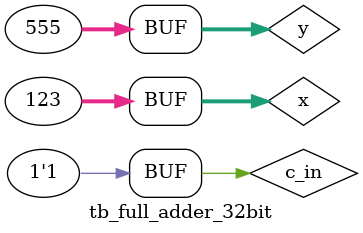
<source format=v>
`timescale 1ns / 1ps


module tb_full_adder_32bit;

reg [31:0] x, y;
reg c_in;
wire [31:0] sum;
wire c_out;

initial begin
    x = 0;
    y = 0;
    c_in = 0;
end

always #10 x = 123;
always #20 y = 555;
always #30 c_in = 1;


full_adder_32bit FA32bit(.x(x), .y(y), .c_in(c_in), .sum(sum), .c_out(c_out));

endmodule

</source>
